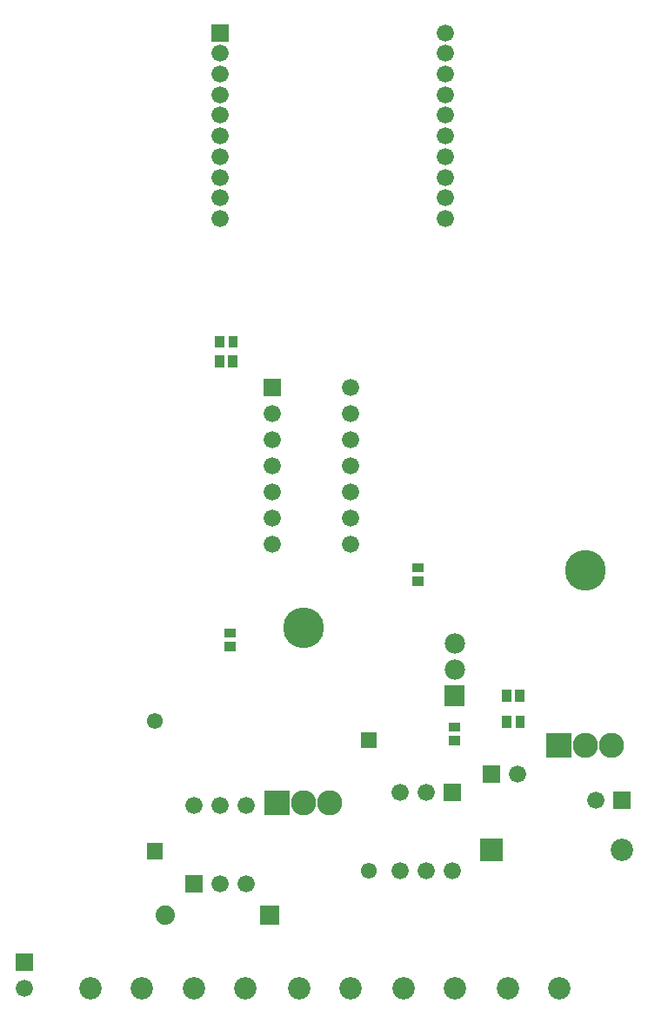
<source format=gbr>
G04 start of page 5 for group -4063 idx -4063 *
G04 Title: (unknown), componentmask *
G04 Creator: pcb 20110918 *
G04 CreationDate: Tue 12 Jun 2012 04:03:48 PM GMT UTC *
G04 For: ed *
G04 Format: Gerber/RS-274X *
G04 PCB-Dimensions: 260000 400000 *
G04 PCB-Coordinate-Origin: lower left *
%MOIN*%
%FSLAX25Y25*%
%LNTOPMASK*%
%ADD72R,0.0355X0.0355*%
%ADD71C,0.0740*%
%ADD70C,0.1560*%
%ADD69C,0.0780*%
%ADD68C,0.0610*%
%ADD67C,0.0960*%
%ADD66C,0.0860*%
%ADD65C,0.0660*%
%ADD64C,0.0001*%
G54D64*G36*
X189700Y67300D02*Y58700D01*
X198300D01*
Y67300D01*
X189700D01*
G37*
G36*
X190700Y95300D02*Y88700D01*
X197300D01*
Y95300D01*
X190700D01*
G37*
G54D65*X204000Y92000D03*
G54D66*X220000Y10000D03*
X244000Y63000D03*
G54D64*G36*
X240700Y85300D02*Y78700D01*
X247300D01*
Y85300D01*
X240700D01*
G37*
G54D65*X234000Y82000D03*
G54D64*G36*
X215200Y107800D02*Y98200D01*
X224800D01*
Y107800D01*
X215200D01*
G37*
G54D67*X230000Y103000D03*
X240000D03*
G54D64*G36*
X175700Y88300D02*Y81700D01*
X182300D01*
Y88300D01*
X175700D01*
G37*
G54D65*X179000Y55000D03*
G54D66*X200315Y10000D03*
X160315D03*
X180000D03*
X99685D03*
X120315D03*
X140000D03*
G54D65*X169000Y85000D03*
X159000D03*
Y55000D03*
X169000D03*
G54D64*G36*
X143950Y108050D02*Y101950D01*
X150050D01*
Y108050D01*
X143950D01*
G37*
G54D68*X147000Y55000D03*
G54D64*G36*
X105300Y41700D02*Y34300D01*
X112700D01*
Y41700D01*
X105300D01*
G37*
G36*
X107200Y85800D02*Y76200D01*
X116800D01*
Y85800D01*
X107200D01*
G37*
G54D67*X122000Y81000D03*
X132000D03*
G54D64*G36*
X176100Y125900D02*Y118100D01*
X183900D01*
Y125900D01*
X176100D01*
G37*
G54D69*X180000Y132000D03*
Y142000D03*
G54D70*X230000Y170000D03*
G54D64*G36*
X106700Y243300D02*Y236700D01*
X113300D01*
Y243300D01*
X106700D01*
G37*
G54D65*X110000Y230000D03*
Y220000D03*
Y210000D03*
Y200000D03*
X140000D03*
Y210000D03*
Y220000D03*
Y230000D03*
Y240000D03*
X110000Y190000D03*
X140000D03*
X110000Y180000D03*
X140000D03*
G54D70*X122000Y148000D03*
G54D64*G36*
X86700Y379100D02*Y372500D01*
X93300D01*
Y379100D01*
X86700D01*
G37*
G54D65*X90000Y367900D03*
Y360000D03*
Y352100D03*
Y344200D03*
Y336300D03*
Y328400D03*
Y320500D03*
Y312600D03*
Y304700D03*
X176600Y375800D03*
Y367900D03*
Y360000D03*
Y352100D03*
Y344200D03*
Y336300D03*
Y328400D03*
Y320500D03*
Y312600D03*
Y304700D03*
G54D66*X80000Y10000D03*
G54D64*G36*
X11700Y23300D02*Y16700D01*
X18300D01*
Y23300D01*
X11700D01*
G37*
G54D65*X15000Y10000D03*
G54D66*X40315D03*
X60000D03*
G54D64*G36*
X76700Y53300D02*Y46700D01*
X83300D01*
Y53300D01*
X76700D01*
G37*
G54D65*X80000Y80000D03*
G54D64*G36*
X61950Y65550D02*Y59450D01*
X68050D01*
Y65550D01*
X61950D01*
G37*
G54D68*X65000Y112500D03*
G54D65*X90000Y50000D03*
Y80000D03*
X100000Y50000D03*
Y80000D03*
G54D71*X69000Y38000D03*
G54D72*X89882Y250492D02*Y249508D01*
X95000Y250492D02*Y249508D01*
X89941Y257992D02*Y257008D01*
X95059Y257992D02*Y257008D01*
X179508Y110000D02*X180492D01*
X179508Y104882D02*X180492D01*
X205000Y122492D02*Y121508D01*
X199882Y122492D02*Y121508D01*
X200000Y112492D02*Y111508D01*
X205118Y112492D02*Y111508D01*
X93508Y146000D02*X94492D01*
X93508Y140882D02*X94492D01*
X165508Y171000D02*X166492D01*
X165508Y165882D02*X166492D01*
M02*

</source>
